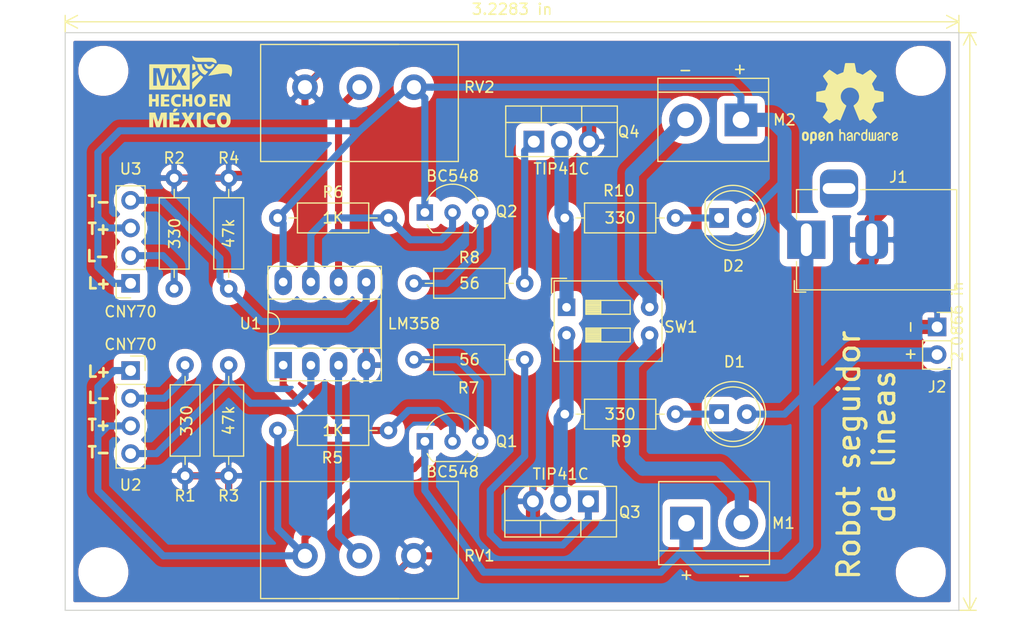
<source format=kicad_pcb>
(kicad_pcb (version 20171130) (host pcbnew "(5.1.5)-3")
  (title_block (title "Seguidor de lineas con OpAmp") (date 2020-01-06) (rev 1.0))
  (layers (0 F.Cu signal) (31 B.Cu signal) (34 B.Paste user) (35 F.Paste user) (36 B.SilkS user) (37 F.SilkS user) (38 B.Mask user) (39 F.Mask user) (44 Edge.Cuts user))
  (net 0 "")
  (net 1 +BATT)
  (net 2 "Net-(D1-Pad1)")
  (net 3 "Net-(D2-Pad1)")
  (net 4 GND)
  (net 5 "Net-(M1-Pad2)")
  (net 6 "Net-(M2-Pad2)")
  (net 7 "Net-(Q1-Pad3)")
  (net 8 "Net-(Q1-Pad2)")
  (net 9 "Net-(Q2-Pad3)")
  (net 10 "Net-(Q2-Pad2)")
  (net 11 Motor1)
  (net 12 "Net-(Q3-Pad1)")
  (net 13 Motor2)
  (net 14 "Net-(Q4-Pad1)")
  (net 15 "Net-(RV1-Pad2)")
  (net 16 "Net-(RV2-Pad2)")
  (net 17 /L1-)
  (net 18 /L2-)
  (net 19 /T1-)
  (net 20 /T2-)
  (module Añadidos:Logo_Calabazo50-mask (layer F.Cu) (at 113.7 122.7)
    (fp_text reference G*** hide)
    (fp_text value LOGO hide)
  )
  (module MountingHole:MountingHole_3.2mm_M3 (layer F.Cu) (at 105.5 78.5)
    (fp_text reference REF** hide)
    (fp_text value MountingHole_3.2mm_M3)
    (pad 1 np_thru_hole circle (at 0 0) (size 3.2 3.2) (drill 3.2) (layers *.Cu *.Mask))
  )
  (module MountingHole:MountingHole_3.2mm_M3 (layer F.Cu) (at 105.5 124.5)
    (fp_text reference REF** hide)
    (fp_text value MountingHole_3.2mm_M3)
    (pad 1 np_thru_hole circle (at 0 0) (size 3.2 3.2) (drill 3.2) (layers *.Cu *.Mask))
  )
  (module MountingHole:MountingHole_3.2mm_M3 (layer F.Cu) (at 180.5 124.5)
    (fp_text reference REF** hide)
    (fp_text value MountingHole_3.2mm_M3)
    (pad 1 np_thru_hole circle (at 0 0) (size 3.2 3.2) (drill 3.2) (layers *.Cu *.Mask))
  )
  (module MountingHole:MountingHole_3.2mm_M3 (layer F.Cu) (at 180.5 78.5)
    (fp_text reference REF** hide)
    (fp_text value MountingHole_3.2mm_M3)
    (pad 1 np_thru_hole circle (at 0 0) (size 3.2 3.2) (drill 3.2) (layers *.Cu *.Mask))
  )
  (module Añadidos:Hecho-En-Mexico (layer F.Cu) (at 113.5 80.4)
    (fp_text reference "" hide)
    (fp_text value "" hide)
  )
  (module Symbol:OSHW-Logo2_9.8x8mm_SilkScreen (layer F.Cu) (at 174 81.5)
    (fp_text reference REF** hide)
    (fp_text value OSHW-Logo2_9.8x8mm_SilkScreen hide)
  )
  (module Añadidos:TerminalBornier_2 (layer F.Cu) (at 164 83 180)
    (fp_text reference M2 (at -4 0 180) (layer F.SilkS))
    (fp_text value Motor_DC)
    (pad 1 thru_hole rect (at 0 0 180) (size 3 3) (drill 1.52) (layers *.Cu *.Mask) (net 1 +BATT))
    (pad 2 thru_hole circle (at 5.08 0 180) (size 3 3) (drill 1.52) (layers *.Cu *.Mask) (net 6 "Net-(M2-Pad2)"))
  )
  (module Añadidos:TerminalBornier_2 (layer F.Cu) (at 159 120)
    (fp_text reference M1 (at 8.9 0 180) (layer F.SilkS))
    (fp_text value Motor_DC)
    (pad 2 thru_hole circle (at 5.08 0) (size 3 3) (drill 1.52) (layers *.Cu *.Mask) (net 5 "Net-(M1-Pad2)"))
    (pad 1 thru_hole rect (at 0 0) (size 3 3) (drill 1.52) (layers *.Cu *.Mask) (net 1 +BATT))
  )
  (module Añadidos:Jack_Horizontal (layer F.Cu) (at 170 94 180)
    (fp_text reference J1 (at -8.45 5.75) (layer F.SilkS))
    (fp_text value Jack-DC)
    (pad 1 thru_hole rect (at 0 0 180) (size 3.5 3.5) (drill oval 1 3) (layers *.Cu *.Mask) (net 1 +BATT))
    (pad 2 thru_hole roundrect (at -6 0 180) (size 3 3.5) (drill oval 1 3) (layers *.Cu *.Mask) (net 4 GND))
    (pad 3 thru_hole roundrect (at -3 4.7 180) (size 3.5 3.5) (drill oval 3 1) (layers *.Cu *.Mask))
  )
  (module Añadidos:Potentiometer (layer F.Cu) (at 124 123 270)
    (fp_text reference RV1 (at 0 -16 180) (layer F.SilkS))
    (fp_text value 100k)
    (pad 1 thru_hole circle (at 0 0 270) (size 2.34 2.34) (drill 1.3) (layers *.Cu *.Mask) (net 1 +BATT))
    (pad 2 thru_hole circle (at 0 -5 270) (size 2.34 2.34) (drill 1.3) (layers *.Cu *.Mask) (net 15 "Net-(RV1-Pad2)"))
    (pad 3 thru_hole circle (at 0 -10 270) (size 2.34 2.34) (drill 1.3) (layers *.Cu *.Mask) (net 4 GND))
  )
  (module Añadidos:Potentiometer (layer F.Cu) (at 134 80 90)
    (fp_text reference RV2 (at 0 6 180) (layer F.SilkS))
    (fp_text value 100k)
    (pad 1 thru_hole circle (at 0 0 90) (size 2.34 2.34) (drill 1.3) (layers *.Cu *.Mask) (net 1 +BATT))
    (pad 2 thru_hole circle (at 0 -5 90) (size 2.34 2.34) (drill 1.3) (layers *.Cu *.Mask) (net 16 "Net-(RV2-Pad2)"))
    (pad 3 thru_hole circle (at 0 -10 90) (size 2.34 2.34) (drill 1.3) (layers *.Cu *.Mask) (net 4 GND))
  )
  (module Package_DIP:DIP-8_W7.62mm_Socket_LongPads (layer F.Cu) (at 122 105.5 90)
    (fp_text reference U1 (at 3.81 -3 180) (layer F.SilkS))
    (fp_text value LM358)
    (pad 8 thru_hole oval (at 7.62 0 90) (size 2.4 1.6) (drill 0.8) (layers *.Cu *.Mask) (net 1 +BATT))
    (pad 4 thru_hole oval (at 0 7.62 90) (size 2.4 1.6) (drill 0.8) (layers *.Cu *.Mask) (net 4 GND))
    (pad 7 thru_hole oval (at 7.62 2.54 90) (size 2.4 1.6) (drill 0.8) (layers *.Cu *.Mask) (net 10 "Net-(Q2-Pad2)"))
    (pad 3 thru_hole oval (at 0 5.08 90) (size 2.4 1.6) (drill 0.8) (layers *.Cu *.Mask) (net 15 "Net-(RV1-Pad2)"))
    (pad 6 thru_hole oval (at 7.62 5.08 90) (size 2.4 1.6) (drill 0.8) (layers *.Cu *.Mask) (net 16 "Net-(RV2-Pad2)"))
    (pad 2 thru_hole oval (at 0 2.54 90) (size 2.4 1.6) (drill 0.8) (layers *.Cu *.Mask) (net 19 /T1-))
    (pad 5 thru_hole oval (at 7.62 7.62 90) (size 2.4 1.6) (drill 0.8) (layers *.Cu *.Mask) (net 20 /T2-))
    (pad 1 thru_hole rect (at 0 0 90) (size 2.4 1.6) (drill 0.8) (layers *.Cu *.Mask) (net 8 "Net-(Q1-Pad2)"))
  )
  (module Button_Switch_THT:SW_DIP_SPSTx02_Slide_9.78x7.26mm_W7.62mm_P2.54mm (layer F.Cu) (at 148 100.2)
    (fp_text reference SW1 (at 10.5 1.8 180) (layer F.SilkS))
    (fp_text value SW_DIP_x02)
    (pad 4 thru_hole oval (at 7.62 0) (size 1.6 1.6) (drill 0.8) (layers *.Cu *.Mask) (net 6 "Net-(M2-Pad2)"))
    (pad 2 thru_hole oval (at 0 2.54) (size 1.6 1.6) (drill 0.8) (layers *.Cu *.Mask) (net 11 Motor1))
    (pad 3 thru_hole oval (at 7.62 2.54) (size 1.6 1.6) (drill 0.8) (layers *.Cu *.Mask) (net 5 "Net-(M1-Pad2)"))
    (pad 1 thru_hole rect (at 0 0) (size 1.6 1.6) (drill 0.8) (layers *.Cu *.Mask) (net 13 Motor2))
  )
  (module Resistor_THT:R_Axial_DIN0207_L6.3mm_D2.5mm_P10.16mm_Horizontal (layer F.Cu) (at 158 92 180)
    (fp_text reference R10 (at 5.2 2.5 180) (layer F.SilkS))
    (fp_text value 330 (at 5.08 0) (layer F.SilkS))
    (pad 2 thru_hole oval (at 10.16 0 180) (size 1.6 1.6) (drill 0.8) (layers *.Cu *.Mask) (net 13 Motor2))
    (pad 1 thru_hole circle (at 0 0 180) (size 1.6 1.6) (drill 0.8) (layers *.Cu *.Mask) (net 3 "Net-(D2-Pad1)"))
  )
  (module Resistor_THT:R_Axial_DIN0207_L6.3mm_D2.5mm_P10.16mm_Horizontal (layer F.Cu) (at 158 110 180)
    (fp_text reference R9 (at 5 -2.5 180) (layer F.SilkS))
    (fp_text value 330 (at 5.08 0) (layer F.SilkS))
    (pad 1 thru_hole circle (at 0 0 180) (size 1.6 1.6) (drill 0.8) (layers *.Cu *.Mask) (net 2 "Net-(D1-Pad1)"))
    (pad 2 thru_hole oval (at 10.16 0 180) (size 1.6 1.6) (drill 0.8) (layers *.Cu *.Mask) (net 11 Motor1))
  )
  (module Resistor_THT:R_Axial_DIN0207_L6.3mm_D2.5mm_P10.16mm_Horizontal (layer F.Cu) (at 134 98)
    (fp_text reference R8 (at 5.08 -2.37) (layer F.SilkS))
    (fp_text value 56 (at 5.1 0) (layer F.SilkS))
    (pad 2 thru_hole oval (at 10.16 0) (size 1.6 1.6) (drill 0.8) (layers *.Cu *.Mask) (net 14 "Net-(Q4-Pad1)"))
    (pad 1 thru_hole circle (at 0 0) (size 1.6 1.6) (drill 0.8) (layers *.Cu *.Mask) (net 9 "Net-(Q2-Pad3)"))
  )
  (module Resistor_THT:R_Axial_DIN0207_L6.3mm_D2.5mm_P10.16mm_Horizontal (layer F.Cu) (at 134 105)
    (fp_text reference R7 (at 5 2.6 180) (layer F.SilkS))
    (fp_text value 56 (at 5.1 0) (layer F.SilkS))
    (pad 2 thru_hole oval (at 10.16 0) (size 1.6 1.6) (drill 0.8) (layers *.Cu *.Mask) (net 12 "Net-(Q3-Pad1)"))
    (pad 1 thru_hole circle (at 0 0) (size 1.6 1.6) (drill 0.8) (layers *.Cu *.Mask) (net 7 "Net-(Q1-Pad3)"))
  )
  (module Resistor_THT:R_Axial_DIN0207_L6.3mm_D2.5mm_P10.16mm_Horizontal (layer F.Cu) (at 121.5 92)
    (fp_text reference R6 (at 5.08 -2.37 180) (layer F.SilkS))
    (fp_text value 1K (at 5.08 0) (layer F.SilkS))
    (pad 2 thru_hole oval (at 10.16 0) (size 1.6 1.6) (drill 0.8) (layers *.Cu *.Mask) (net 10 "Net-(Q2-Pad2)"))
    (pad 1 thru_hole circle (at 0 0) (size 1.6 1.6) (drill 0.8) (layers *.Cu *.Mask) (net 1 +BATT))
  )
  (module Resistor_THT:R_Axial_DIN0207_L6.3mm_D2.5mm_P10.16mm_Horizontal (layer F.Cu) (at 121.5 111.5)
    (fp_text reference R5 (at 5 2.5 180) (layer F.SilkS))
    (fp_text value 1K (at 5.08 0) (layer F.SilkS))
    (pad 2 thru_hole oval (at 10.16 0) (size 1.6 1.6) (drill 0.8) (layers *.Cu *.Mask) (net 8 "Net-(Q1-Pad2)"))
    (pad 1 thru_hole circle (at 0 0) (size 1.6 1.6) (drill 0.8) (layers *.Cu *.Mask) (net 1 +BATT))
  )
  (module Resistor_THT:R_Axial_DIN0207_L6.3mm_D2.5mm_P10.16mm_Horizontal (layer F.Cu) (at 117 98.5 90)
    (fp_text reference R4 (at 12 0 180) (layer F.SilkS))
    (fp_text value 47k (at 5.08 0 90) (layer F.SilkS))
    (pad 2 thru_hole oval (at 10.16 0 90) (size 1.6 1.6) (drill 0.8) (layers *.Cu *.Mask) (net 4 GND))
    (pad 1 thru_hole circle (at 0 0 90) (size 1.6 1.6) (drill 0.8) (layers *.Cu *.Mask) (net 20 /T2-))
  )
  (module Resistor_THT:R_Axial_DIN0207_L6.3mm_D2.5mm_P10.16mm_Horizontal (layer F.Cu) (at 117 105.5 270)
    (fp_text reference R3 (at 12 0 180) (layer F.SilkS))
    (fp_text value 47k (at 5.08 0 90) (layer F.SilkS))
    (pad 2 thru_hole oval (at 10.16 0 270) (size 1.6 1.6) (drill 0.8) (layers *.Cu *.Mask) (net 4 GND))
    (pad 1 thru_hole circle (at 0 0 270) (size 1.6 1.6) (drill 0.8) (layers *.Cu *.Mask) (net 19 /T1-))
  )
  (module Resistor_THT:R_Axial_DIN0207_L6.3mm_D2.5mm_P10.16mm_Horizontal (layer F.Cu) (at 112 98.5 90)
    (fp_text reference R2 (at 12 0 180) (layer F.SilkS))
    (fp_text value 330 (at 5.08 0.05 90) (layer F.SilkS))
    (pad 2 thru_hole oval (at 10.16 0 90) (size 1.6 1.6) (drill 0.8) (layers *.Cu *.Mask) (net 4 GND))
    (pad 1 thru_hole circle (at 0 0 90) (size 1.6 1.6) (drill 0.8) (layers *.Cu *.Mask) (net 18 /L2-))
  )
  (module Resistor_THT:R_Axial_DIN0207_L6.3mm_D2.5mm_P10.16mm_Horizontal (layer F.Cu) (at 113 105.5 270)
    (fp_text reference R1 (at 12 0 180) (layer F.SilkS))
    (fp_text value 330 (at 5.1 -0.15 90) (layer F.SilkS))
    (pad 2 thru_hole oval (at 10.16 0 270) (size 1.6 1.6) (drill 0.8) (layers *.Cu *.Mask) (net 4 GND))
    (pad 1 thru_hole circle (at 0 0 270) (size 1.6 1.6) (drill 0.8) (layers *.Cu *.Mask) (net 17 /L1-))
  )
  (module Package_TO_SOT_THT:TO-220-3_Vertical (layer F.Cu) (at 145 85)
    (fp_text reference Q4 (at 8.7 -0.9 180) (layer F.SilkS))
    (fp_text value TIP41C (at 2.54 2.5) (layer F.SilkS))
    (pad 3 thru_hole oval (at 5.08 0) (size 1.905 2) (drill 1.1) (layers *.Cu *.Mask) (net 4 GND))
    (pad 2 thru_hole oval (at 2.54 0) (size 1.905 2) (drill 1.1) (layers *.Cu *.Mask) (net 13 Motor2))
    (pad 1 thru_hole rect (at 0 0) (size 1.905 2) (drill 1.1) (layers *.Cu *.Mask) (net 14 "Net-(Q4-Pad1)"))
  )
  (module Package_TO_SOT_THT:TO-220-3_Vertical (layer F.Cu) (at 150 118 180)
    (fp_text reference Q3 (at -3.8 -1 180) (layer F.SilkS))
    (fp_text value TIP41C (at 2.54 2.5) (layer F.SilkS))
    (pad 1 thru_hole rect (at 0 0 180) (size 1.905 2) (drill 1.1) (layers *.Cu *.Mask) (net 12 "Net-(Q3-Pad1)"))
    (pad 2 thru_hole oval (at 2.54 0 180) (size 1.905 2) (drill 1.1) (layers *.Cu *.Mask) (net 11 Motor1))
    (pad 3 thru_hole oval (at 5.08 0 180) (size 1.905 2) (drill 1.1) (layers *.Cu *.Mask) (net 4 GND))
  )
  (module Package_TO_SOT_THT:TO-92_Inline_Wide (layer F.Cu) (at 135 91.5)
    (fp_text reference Q2 (at 7.5 -0.1 180) (layer F.SilkS))
    (fp_text value BC548 (at 2.55 -3.35) (layer F.SilkS))
    (pad 2 thru_hole circle (at 2.54 0 90) (size 1.5 1.5) (drill 0.8) (layers *.Cu *.Mask) (net 10 "Net-(Q2-Pad2)"))
    (pad 3 thru_hole circle (at 5.08 0 90) (size 1.5 1.5) (drill 0.8) (layers *.Cu *.Mask) (net 9 "Net-(Q2-Pad3)"))
    (pad 1 thru_hole rect (at 0 0 90) (size 1.5 1.5) (drill 0.8) (layers *.Cu *.Mask) (net 1 +BATT))
  )
  (module Package_TO_SOT_THT:TO-92_Inline_Wide (layer F.Cu) (at 135 112.5)
    (fp_text reference Q1 (at 7.5 0 180) (layer F.SilkS))
    (fp_text value BC548 (at 2.54 2.79) (layer F.SilkS))
    (pad 2 thru_hole circle (at 2.54 0 90) (size 1.5 1.5) (drill 0.8) (layers *.Cu *.Mask) (net 8 "Net-(Q1-Pad2)"))
    (pad 3 thru_hole circle (at 5.08 0 90) (size 1.5 1.5) (drill 0.8) (layers *.Cu *.Mask) (net 7 "Net-(Q1-Pad3)"))
    (pad 1 thru_hole rect (at 0 0 90) (size 1.5 1.5) (drill 0.8) (layers *.Cu *.Mask) (net 1 +BATT))
  )
  (module Connector_PinSocket_2.54mm:PinSocket_1x02_P2.54mm_Vertical (layer F.Cu) (at 182 102)
    (fp_text reference J2 (at 0 5.5 180) (layer F.SilkS))
    (fp_text value Vin)
    (pad 2 thru_hole oval (at 0 2.54) (size 1.7 1.7) (drill 1) (layers *.Cu *.Mask) (net 1 +BATT))
    (pad 1 thru_hole rect (at 0 0) (size 1.7 1.7) (drill 1) (layers *.Cu *.Mask) (net 4 GND))
  )
  (module LED_THT:LED_D5.0mm (layer F.Cu) (at 162 92)
    (fp_text reference D2 (at 1.3 4.4 180) (layer F.SilkS))
    (fp_text value LED)
    (pad 2 thru_hole circle (at 2.54 0) (size 1.8 1.8) (drill 0.9) (layers *.Cu *.Mask) (net 1 +BATT))
    (pad 1 thru_hole rect (at 0 0) (size 1.8 1.8) (drill 0.9) (layers *.Cu *.Mask) (net 3 "Net-(D2-Pad1)"))
  )
  (module LED_THT:LED_D5.0mm (layer F.Cu) (at 162 110)
    (fp_text reference D1 (at 1.4 -4.8 180) (layer F.SilkS))
    (fp_text value LED)
    (pad 1 thru_hole rect (at 0 0) (size 1.8 1.8) (drill 0.9) (layers *.Cu *.Mask) (net 2 "Net-(D1-Pad1)"))
    (pad 2 thru_hole circle (at 2.54 0) (size 1.8 1.8) (drill 0.9) (layers *.Cu *.Mask) (net 1 +BATT))
  )
  (module Connector_PinSocket_2.54mm:PinSocket_1x04_P2.54mm_Vertical (layer F.Cu) (at 108 106)
    (fp_text reference U2 (at 0 10.5 180) (layer F.SilkS))
    (fp_text value CNY70 (at 0 -2.4) (layer F.SilkS))
    (pad 4 thru_hole oval (at 0 7.62) (size 1.7 1.7) (drill 1) (layers *.Cu *.Mask) (net 19 /T1-))
    (pad 3 thru_hole oval (at 0 5.08) (size 1.7 1.7) (drill 1) (layers *.Cu *.Mask) (net 1 +BATT))
    (pad 2 thru_hole oval (at 0 2.54) (size 1.7 1.7) (drill 1) (layers *.Cu *.Mask) (net 17 /L1-))
    (pad 1 thru_hole rect (at 0 0) (size 1.7 1.7) (drill 1) (layers *.Cu *.Mask) (net 1 +BATT))
  )
  (module Connector_PinSocket_2.54mm:PinSocket_1x04_P2.54mm_Vertical (layer F.Cu) (at 108 98 180)
    (fp_text reference U3 (at 0 10.5 180) (layer F.SilkS))
    (fp_text value CNY70 (at 0 -2.6) (layer F.SilkS))
    (pad 1 thru_hole rect (at 0 0 180) (size 1.7 1.7) (drill 1) (layers *.Cu *.Mask) (net 1 +BATT))
    (pad 2 thru_hole oval (at 0 2.54 180) (size 1.7 1.7) (drill 1) (layers *.Cu *.Mask) (net 18 /L2-))
    (pad 3 thru_hole oval (at 0 5.08 180) (size 1.7 1.7) (drill 1) (layers *.Cu *.Mask) (net 1 +BATT))
    (pad 4 thru_hole oval (at 0 7.62 180) (size 1.7 1.7) (drill 1) (layers *.Cu *.Mask) (net 20 /T2-))
  )
  (gr_text + (at 179.5 104.5 90) (layer F.SilkS) (effects (font (size 1 1))))
  (gr_text - (at 179.5 102 90) (layer F.SilkS) (effects (font (size 1 1))))
  (gr_text "Robot seguidor \nde lineas" (at 175.5 113 90) (layer F.SilkS) (effects (font (size 2 2) (thickness 0.3))))
  (gr_text T- (at 105.1 90.5) (layer F.SilkS) (effects (font (size 1 1) (thickness 0.25))))
  (gr_text T+ (at 105.1 93) (layer F.SilkS) (effects (font (size 1 1) (thickness 0.25))))
  (gr_text L- (at 105 95.5) (layer F.SilkS) (effects (font (size 1 1) (thickness 0.25))))
  (gr_text L+ (at 105.1 98) (layer F.SilkS) (effects (font (size 1 1) (thickness 0.25))))
  (gr_text T- (at 105.1 113.5) (layer F.SilkS) (effects (font (size 1 1) (thickness 0.25))))
  (gr_text T+ (at 105.1 111) (layer F.SilkS) (effects (font (size 1 1) (thickness 0.25))))
  (gr_text L- (at 105.1 108.5) (layer F.SilkS) (effects (font (size 1 1) (thickness 0.25))))
  (gr_text L+ (at 105.1 106.1) (layer F.SilkS) (effects (font (size 1 1) (thickness 0.25))))
  (dimension 53 (width 0.12) (layer F.SilkS) (gr_text "53.000 mm" (at 186.27 101.5 270) (layer F.SilkS) (effects (font (size 1 1) (thickness 0.15)))) (feature1 (pts (xy 184 128) (xy 185.586421 128))) (feature2 (pts (xy 184 75) (xy 185.586421 75))) (crossbar (pts (xy 185 75) (xy 185 128))) (arrow1a (pts (xy 185 128) (xy 184.413579 126.873496))) (arrow1b (pts (xy 185 128) (xy 185.586421 126.873496))) (arrow2a (pts (xy 185 75) (xy 184.413579 76.126504))) (arrow2b (pts (xy 185 75) (xy 185.586421 76.126504))))
  (dimension 82 (width 0.12) (layer F.SilkS) (gr_text "82.000 mm" (at 143 72.73) (layer F.SilkS) (effects (font (size 1 1) (thickness 0.15)))) (feature1 (pts (xy 184 75) (xy 184 73.413579))) (feature2 (pts (xy 102 75) (xy 102 73.413579))) (crossbar (pts (xy 102 74) (xy 184 74))) (arrow1a (pts (xy 184 74) (xy 182.873496 74.586421))) (arrow1b (pts (xy 184 74) (xy 182.873496 73.413579))) (arrow2a (pts (xy 102 74) (xy 103.126504 74.586421))) (arrow2b (pts (xy 102 74) (xy 103.126504 73.413579))))
  (gr_text LM358 (at 134 101.7) (layer F.SilkS) (effects (font (size 1 1))))
  (gr_text - (at 158.9 78.4) (layer F.SilkS) (effects (font (size 1 1))))
  (gr_text + (at 163.9 78.3) (layer F.SilkS) (effects (font (size 1 1))))
  (gr_text - (at 164.3 124.8) (layer F.SilkS) (effects (font (size 1 1))))
  (gr_text + (at 159 124.7) (layer F.SilkS) (effects (font (size 1 1))))
  (gr_line (start 184 75) (end 184 128) (layer Edge.Cuts) (width 0.1))
  (gr_line (start 102 75) (end 184 75) (layer Edge.Cuts) (width 0.1))
  (gr_line (start 102 128) (end 102 75) (layer Edge.Cuts) (width 0.1))
  (gr_line (start 184 128) (end 102 128) (layer Edge.Cuts) (width 0.1))
  (segment (start 121.5 120.5) (end 121.5 111.5) (width 0.65) (layer B.Cu) (net 1))
  (segment (start 124 123) (end 121.5 120.5) (width 0.65) (layer B.Cu) (net 1))
  (segment (start 135 81) (end 134 80) (width 0.65) (layer B.Cu) (net 1))
  (segment (start 135 91.5) (end 135 81) (width 0.65) (layer B.Cu) (net 1))
  (segment (start 122 92.5) (end 121.5 92) (width 0.65) (layer B.Cu) (net 1))
  (segment (start 122 97.88) (end 122 92.5) (width 0.65) (layer B.Cu) (net 1))
  (segment (start 133.5 80) (end 134 80) (width 0.65) (layer B.Cu) (net 1))
  (segment (start 140.4 124.5) (end 135 117) (width 0.65) (layer B.Cu) (net 1))
  (segment (start 156.65 124.5) (end 140.4 124.5) (width 0.65) (layer B.Cu) (net 1))
  (segment (start 159 120) (end 159 122.15) (width 0.65) (layer B.Cu) (net 1))
  (segment (start 159 122.15) (end 156.65 124.5) (width 0.65) (layer B.Cu) (net 1))
  (segment (start 124 121.345371) (end 130.345371 115) (width 0.65) (layer F.Cu) (net 1))
  (segment (start 124 123) (end 124 121.345371) (width 0.65) (layer F.Cu) (net 1))
  (segment (start 135 112.5) (end 135 114) (width 0.65) (layer F.Cu) (net 1))
  (segment (start 134 115) (end 130.345371 115) (width 0.65) (layer F.Cu) (net 1))
  (segment (start 135 114) (end 134 115) (width 0.65) (layer F.Cu) (net 1))
  (segment (start 135 117) (end 135 112.5) (width 0.65) (layer B.Cu) (net 1))
  (segment (start 108 111.08) (end 105.92 111.08) (width 0.65) (layer B.Cu) (net 1))
  (segment (start 105.92 111.08) (end 105 112) (width 0.65) (layer B.Cu) (net 1))
  (segment (start 105 107.5) (end 105 112) (width 0.65) (layer B.Cu) (net 1))
  (segment (start 106.5 106) (end 105 107.5) (width 0.65) (layer B.Cu) (net 1))
  (segment (start 108 106) (end 106.5 106) (width 0.65) (layer B.Cu) (net 1))
  (segment (start 106.5 98) (end 105 96.5) (width 0.65) (layer B.Cu) (net 1))
  (segment (start 108 98) (end 106.5 98) (width 0.65) (layer B.Cu) (net 1))
  (segment (start 108 92.92) (end 105.92 92.92) (width 0.65) (layer B.Cu) (net 1))
  (segment (start 105 96.5) (end 105 92) (width 0.65) (layer B.Cu) (net 1))
  (segment (start 105.92 92.92) (end 105 92) (width 0.65) (layer B.Cu) (net 1))
  (segment (start 121.5 92) (end 129 84) (width 0.65) (layer B.Cu) (net 1))
  (segment (start 129 84) (end 133.5 80) (width 0.65) (layer B.Cu) (net 1))
  (segment (start 159 122.8) (end 159 120) (width 1.3) (layer B.Cu) (net 1))
  (segment (start 168 124) (end 160.2 124) (width 1.3) (layer B.Cu) (net 1))
  (segment (start 160.2 124) (end 159 122.8) (width 1.3) (layer B.Cu) (net 1))
  (segment (start 168 124) (end 170 122) (width 1.3) (layer B.Cu) (net 1))
  (segment (start 168 110) (end 170 108) (width 0.65) (layer B.Cu) (net 1))
  (segment (start 164.54 110) (end 168 110) (width 0.65) (layer B.Cu) (net 1))
  (segment (start 170 108) (end 170 94) (width 1.3) (layer B.Cu) (net 1))
  (segment (start 170 94) (end 170 93) (width 1.3) (layer B.Cu) (net 1))
  (segment (start 166.8 83) (end 168 84.2) (width 1.3) (layer B.Cu) (net 1))
  (segment (start 168 92) (end 170 94) (width 1.3) (layer B.Cu) (net 1))
  (segment (start 164 83) (end 166.8 83) (width 1.3) (layer B.Cu) (net 1))
  (segment (start 182 104.54) (end 174.46 104.54) (width 1.3) (layer B.Cu) (net 1))
  (segment (start 174.46 104.54) (end 170 109) (width 1.3) (layer B.Cu) (net 1))
  (segment (start 170 122) (end 170 109) (width 1.3) (layer B.Cu) (net 1))
  (segment (start 170 109) (end 170 108) (width 1.3) (layer B.Cu) (net 1))
  (segment (start 164.54 92) (end 167.54 89) (width 0.65) (layer B.Cu) (net 1))
  (segment (start 167.54 89) (end 168 89) (width 0.65) (layer B.Cu) (net 1))
  (segment (start 168 84.2) (end 168 89) (width 1.3) (layer B.Cu) (net 1))
  (segment (start 168 89) (end 168 92) (width 1.3) (layer B.Cu) (net 1))
  (segment (start 135.654629 80) (end 134 80) (width 0.65) (layer B.Cu) (net 1))
  (segment (start 163.15 80) (end 135.654629 80) (width 0.65) (layer B.Cu) (net 1))
  (segment (start 164 80.85) (end 163.15 80) (width 0.65) (layer B.Cu) (net 1))
  (segment (start 164 83) (end 164 80.85) (width 0.65) (layer B.Cu) (net 1))
  (segment (start 105 117) (end 105 112) (width 0.65) (layer B.Cu) (net 1))
  (segment (start 124 123) (end 111 123) (width 0.65) (layer B.Cu) (net 1))
  (segment (start 111 123) (end 105 117) (width 0.65) (layer B.Cu) (net 1))
  (segment (start 105 86) (end 105 92) (width 0.65) (layer B.Cu) (net 1))
  (segment (start 129 84) (end 107 84) (width 0.65) (layer B.Cu) (net 1))
  (segment (start 107 84) (end 105 86) (width 0.65) (layer B.Cu) (net 1))
  (segment (start 158 110) (end 162 110) (width 0.65) (layer B.Cu) (net 2))
  (segment (start 158 92) (end 162 92) (width 0.65) (layer B.Cu) (net 3))
  (segment (start 150.08 85) (end 150.08 81.92) (width 1.3) (layer F.Cu) (net 4))
  (segment (start 150.08 81.92) (end 153 79) (width 1.3) (layer F.Cu) (net 4))
  (segment (start 141.84 123) (end 144.92 119.92) (width 0.65) (layer F.Cu) (net 4))
  (segment (start 144.92 118) (end 144.92 119.92) (width 1.3) (layer F.Cu) (net 4))
  (segment (start 134 123) (end 141.84 123) (width 0.65) (layer F.Cu) (net 4))
  (segment (start 124 80) (end 127 77) (width 0.65) (layer F.Cu) (net 4))
  (segment (start 145.16 77) (end 150.08 81.92) (width 0.65) (layer F.Cu) (net 4))
  (segment (start 127 77) (end 145.16 77) (width 0.65) (layer F.Cu) (net 4))
  (segment (start 153 79) (end 173.15 79) (width 1.3) (layer F.Cu) (net 4))
  (segment (start 112 88.34) (end 117 88.34) (width 0.65) (layer F.Cu) (net 4))
  (segment (start 113 115.66) (end 117 115.66) (width 0.65) (layer F.Cu) (net 4))
  (segment (start 117 120) (end 122 126) (width 0.65) (layer F.Cu) (net 4))
  (segment (start 131 126) (end 134 123) (width 0.65) (layer F.Cu) (net 4))
  (segment (start 122 126) (end 131 126) (width 0.65) (layer F.Cu) (net 4))
  (segment (start 117 115.66) (end 117 120) (width 0.65) (layer F.Cu) (net 4))
  (segment (start 129.62 105.5) (end 129.62 103.38) (width 0.65) (layer F.Cu) (net 4))
  (segment (start 129.62 103.38) (end 131 102) (width 0.65) (layer F.Cu) (net 4))
  (segment (start 131 102) (end 140 102) (width 0.65) (layer F.Cu) (net 4))
  (segment (start 140 102) (end 142 104) (width 0.65) (layer F.Cu) (net 4))
  (segment (start 142 104) (end 142 110) (width 0.65) (layer F.Cu) (net 4))
  (segment (start 144.92 112.92) (end 144.92 118) (width 0.65) (layer F.Cu) (net 4))
  (segment (start 142 110) (end 144.92 112.92) (width 0.65) (layer F.Cu) (net 4))
  (segment (start 176 92.25) (end 178 90.25) (width 1.3) (layer F.Cu) (net 4))
  (segment (start 176 94) (end 176 92.25) (width 1.3) (layer F.Cu) (net 4))
  (segment (start 178 83.85) (end 173.15 79) (width 1.3) (layer F.Cu) (net 4))
  (segment (start 178 90.25) (end 178 83.85) (width 1.3) (layer F.Cu) (net 4))
  (segment (start 149.62 125) (end 168 125) (width 1.3) (layer F.Cu) (net 4))
  (segment (start 144.92 119.92) (end 144.92 120.3) (width 1.3) (layer F.Cu) (net 4))
  (segment (start 144.92 120.3) (end 149.62 125) (width 1.3) (layer F.Cu) (net 4))
  (segment (start 176 95.75) (end 172 99.75) (width 1.3) (layer F.Cu) (net 4))
  (segment (start 176 94) (end 176 95.75) (width 1.3) (layer F.Cu) (net 4))
  (segment (start 172 121) (end 168 125) (width 1.3) (layer F.Cu) (net 4))
  (segment (start 182 102) (end 174 102) (width 1.3) (layer F.Cu) (net 4))
  (segment (start 174 102) (end 172 100) (width 1.3) (layer F.Cu) (net 4))
  (segment (start 172 99.75) (end 172 100) (width 1.3) (layer F.Cu) (net 4))
  (segment (start 172 100) (end 172 121) (width 1.3) (layer F.Cu) (net 4))
  (segment (start 124 80) (end 124 83.66) (width 0.65) (layer F.Cu) (net 4))
  (segment (start 119.66 88) (end 117 88) (width 0.65) (layer F.Cu) (net 4))
  (segment (start 124 83.66) (end 119.66 88) (width 0.65) (layer F.Cu) (net 4))
  (segment (start 164.62 119.46) (end 164.08 120) (width 1.3) (layer B.Cu) (net 5))
  (segment (start 155.62 103.87137) (end 154 105.49137) (width 1.3) (layer B.Cu) (net 5))
  (segment (start 155.62 102.74) (end 155.62 103.87137) (width 1.3) (layer B.Cu) (net 5))
  (segment (start 154 105.49137) (end 154 114) (width 1.3) (layer B.Cu) (net 5))
  (segment (start 154 114) (end 155 115) (width 1.3) (layer B.Cu) (net 5))
  (segment (start 164.08 120) (end 164.08 117.08) (width 1.3) (layer B.Cu) (net 5))
  (segment (start 162 115) (end 155 115) (width 1.3) (layer B.Cu) (net 5))
  (segment (start 164.08 117.08) (end 162 115) (width 1.3) (layer B.Cu) (net 5))
  (segment (start 155.62 99.06863) (end 154 97.44863) (width 1.3) (layer B.Cu) (net 6))
  (segment (start 155.62 100.2) (end 155.62 99.06863) (width 1.3) (layer B.Cu) (net 6))
  (segment (start 154 87.92) (end 158.92 83) (width 1.3) (layer B.Cu) (net 6))
  (segment (start 154 97.44863) (end 154 87.92) (width 1.3) (layer B.Cu) (net 6))
  (segment (start 134 105) (end 138 105) (width 0.65) (layer B.Cu) (net 7))
  (segment (start 140.08 107.08) (end 140.08 112.5) (width 0.65) (layer B.Cu) (net 7))
  (segment (start 138 105) (end 140.08 107.08) (width 0.65) (layer B.Cu) (net 7))
  (segment (start 131.66 111.5) (end 133.5 109.66) (width 0.65) (layer B.Cu) (net 8))
  (segment (start 133.5 109.66) (end 136.16 109.66) (width 0.65) (layer B.Cu) (net 8))
  (segment (start 137.54 111.04) (end 137.54 112.5) (width 0.65) (layer B.Cu) (net 8))
  (segment (start 136.16 109.66) (end 137.54 111.04) (width 0.65) (layer B.Cu) (net 8))
  (segment (start 122 107.35) (end 122 105.5) (width 0.65) (layer F.Cu) (net 8))
  (segment (start 126.15 111.5) (end 122 107.35) (width 0.65) (layer F.Cu) (net 8))
  (segment (start 131.66 111.5) (end 126.15 111.5) (width 0.65) (layer F.Cu) (net 8))
  (segment (start 140 91.58) (end 140.08 91.5) (width 0.65) (layer B.Cu) (net 9))
  (segment (start 134 98) (end 137 98) (width 0.65) (layer B.Cu) (net 9))
  (segment (start 140.08 94.92) (end 140.08 91.5) (width 0.65) (layer B.Cu) (net 9))
  (segment (start 137 98) (end 140.08 94.92) (width 0.65) (layer B.Cu) (net 9))
  (segment (start 137.54 91.5) (end 137.54 92.96) (width 0.65) (layer B.Cu) (net 10))
  (segment (start 137.54 92.96) (end 136.5 94) (width 0.65) (layer B.Cu) (net 10))
  (segment (start 133.66 94) (end 131.66 92) (width 0.65) (layer B.Cu) (net 10))
  (segment (start 136.5 94) (end 133.66 94) (width 0.65) (layer B.Cu) (net 10))
  (segment (start 124.54 93.5) (end 124.54 97.88) (width 0.65) (layer B.Cu) (net 10))
  (segment (start 131.66 92) (end 126 92) (width 0.65) (layer B.Cu) (net 10))
  (segment (start 126 92) (end 124.54 93.5) (width 0.65) (layer B.Cu) (net 10))
  (segment (start 148 109.84) (end 147.84 110) (width 1.3) (layer B.Cu) (net 11))
  (segment (start 148 102.74) (end 148 109.84) (width 1.3) (layer B.Cu) (net 11))
  (segment (start 147.46 110.38) (end 147.84 110) (width 1.3) (layer B.Cu) (net 11))
  (segment (start 147.46 118) (end 147.46 110.38) (width 1.3) (layer B.Cu) (net 11))
  (segment (start 141 117) (end 141 121) (width 0.65) (layer B.Cu) (net 12))
  (segment (start 141 121) (end 142 122) (width 0.65) (layer B.Cu) (net 12))
  (segment (start 147.65 122) (end 150 119.65) (width 0.65) (layer B.Cu) (net 12))
  (segment (start 150 119.65) (end 150 118) (width 0.65) (layer B.Cu) (net 12))
  (segment (start 142 122) (end 147.65 122) (width 0.65) (layer B.Cu) (net 12))
  (segment (start 144.16 105) (end 144.16 113.84) (width 0.65) (layer B.Cu) (net 12))
  (segment (start 144.16 113.84) (end 141 117) (width 0.65) (layer B.Cu) (net 12))
  (segment (start 148 92.16) (end 147.84 92) (width 1.3) (layer B.Cu) (net 13))
  (segment (start 148 100.2) (end 148 92.16) (width 1.3) (layer B.Cu) (net 13))
  (segment (start 147.54 91.7) (end 148 92.16) (width 1.3) (layer B.Cu) (net 13))
  (segment (start 147.54 85) (end 147.54 91.7) (width 1.3) (layer B.Cu) (net 13))
  (segment (start 144.16 85.84) (end 145 85) (width 0.65) (layer B.Cu) (net 14))
  (segment (start 144.16 98) (end 144.16 85.84) (width 0.65) (layer B.Cu) (net 14))
  (segment (start 127.08 121.08) (end 129 123) (width 0.65) (layer B.Cu) (net 15))
  (segment (start 127.08 105.5) (end 127.08 121.08) (width 0.65) (layer B.Cu) (net 15))
  (segment (start 127.08 81.92) (end 129 80) (width 0.65) (layer F.Cu) (net 16))
  (segment (start 127.08 97.88) (end 127.08 81.92) (width 0.65) (layer F.Cu) (net 16))
  (segment (start 108 108.54) (end 110.96 108.54) (width 0.65) (layer B.Cu) (net 17))
  (segment (start 111.09137 108.54) (end 110.96 108.54) (width 0.65) (layer B.Cu) (net 17))
  (segment (start 113 106.63137) (end 111.09137 108.54) (width 0.65) (layer B.Cu) (net 17))
  (segment (start 113 105.5) (end 113 106.63137) (width 0.65) (layer B.Cu) (net 17))
  (segment (start 108 95.46) (end 110.96 95.46) (width 0.65) (layer B.Cu) (net 18))
  (segment (start 112 96.5) (end 112 98.5) (width 0.65) (layer B.Cu) (net 18))
  (segment (start 110.96 95.46) (end 112 96.5) (width 0.65) (layer B.Cu) (net 18))
  (segment (start 117 107) (end 117 105.5) (width 0.65) (layer B.Cu) (net 19))
  (segment (start 123 109) (end 119 109) (width 0.65) (layer B.Cu) (net 19))
  (segment (start 119 109) (end 117 107) (width 0.65) (layer B.Cu) (net 19))
  (segment (start 124.54 105.5) (end 124.54 107.46) (width 0.65) (layer B.Cu) (net 19))
  (segment (start 124.54 107.46) (end 123 109) (width 0.65) (layer B.Cu) (net 19))
  (segment (start 110.38 113.62) (end 117 107) (width 0.65) (layer B.Cu) (net 19))
  (segment (start 108 113.62) (end 110.38 113.62) (width 0.65) (layer B.Cu) (net 19))
  (segment (start 108 90.38) (end 110.88 90.38) (width 0.65) (layer B.Cu) (net 20))
  (segment (start 120 101.5) (end 117 98.5) (width 0.65) (layer B.Cu) (net 20))
  (segment (start 127.85 101.5) (end 120 101.5) (width 0.65) (layer B.Cu) (net 20))
  (segment (start 129.62 97.88) (end 129.62 99.73) (width 0.65) (layer B.Cu) (net 20))
  (segment (start 129.62 99.73) (end 127.85 101.5) (width 0.65) (layer B.Cu) (net 20))
  (segment (start 116.200001 95.700001) (end 110.88 90.38) (width 0.65) (layer B.Cu) (net 20))
  (segment (start 116.200001 97.700001) (end 116.200001 95.700001) (width 0.65) (layer B.Cu) (net 20))
  (segment (start 117 98.5) (end 116.200001 97.700001) (width 0.65) (layer B.Cu) (net 20))
  (zone (net 4) (net_name GND) (layer F.Cu) (connect_pads (clearance 0.7)) (min_thickness 0.254) (fill yes (arc_segments 32) (thermal_gap 0.508) (thermal_bridge_width 0.508))
    (polygon (pts (xy 184 128) (xy 102 128) (xy 102 75) (xy 184 75)))
  )
  (zone (net 4) (net_name GND) (layer B.Cu) (connect_pads (clearance 0.7)) (min_thickness 0.254) (fill yes (arc_segments 32) (thermal_gap 0.508) (thermal_bridge_width 0.508))
    (polygon (pts (xy 184 128) (xy 102 128) (xy 102 75) (xy 184 75)))
  )
)
</source>
